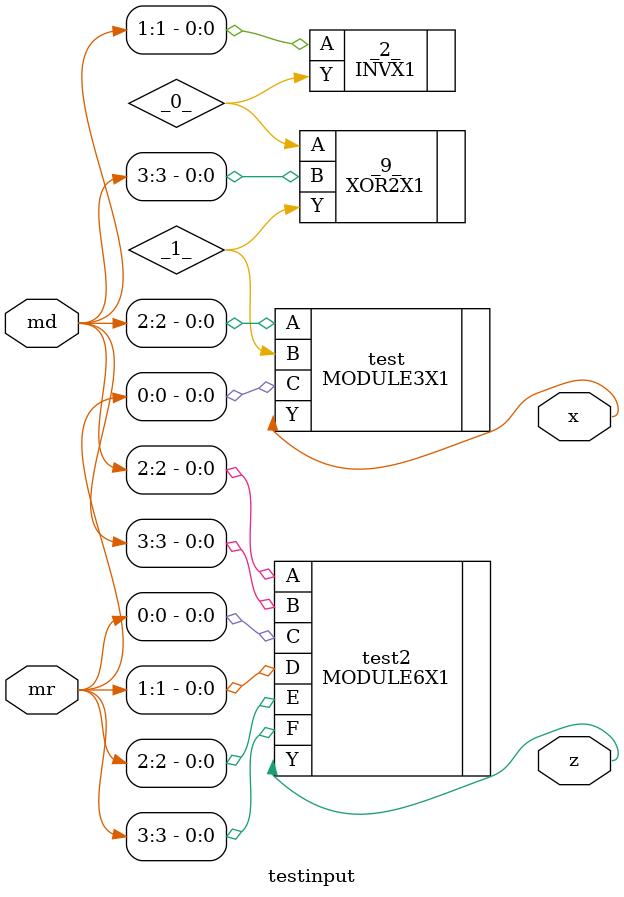
<source format=v>
module testinput(mr, md, x, z);
  wire _0_;
  wire _1_;
  input [3:0] md;
  input [3:0] mr;
  output x;
  output z;
  INVX1 _2_ (
    .A(md[1]),
    .Y(_0_)
  );
  XOR2X1 _9_ (
    .A(_0_),
    .B(md[3]),
    .Y(_1_)
  );
  MODULE3X1 test (
    .A(md[2]),
    .B(_1_),
    .C(mr[0]),
    .Y(x)
  );

  MODULE6X1 test2 (
    .A(md[2]),
    .B(md[3]),
    .C(mr[0]),
    .D(mr[1]),
    .E(mr[2]),
    .F(mr[3]),
    .Y(z)
  );

endmodule

</source>
